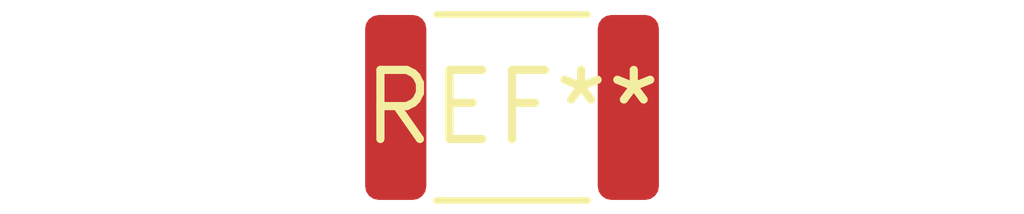
<source format=kicad_pcb>
(kicad_pcb (version 20240108) (generator pcbnew)
  (layers (0 "F.Cu" signal) (31 "B.Cu" signal) (34 "B.Paste" user) (35 "F.Paste" user) (36 "B.SilkS" user "B.Silkscreen") (37 "F.SilkS" user "F.Silkscreen") (38 "B.Mask" user) (39 "F.Mask" user) (44 "Edge.Cuts" user))
  (net 0 "")
  (footprint "R_1812_4532Metric" (layer "F.Cu") (at 0 0)
    (property "Reference" "REF**")
    (property "Value" "R_1812_4532Metric")
    (fp_line (start -1.386252 -1.71) (end 1.386252 -1.71) (layer "F.SilkS") (stroke (width 0.12)))
    (fp_line (start -1.386252 1.71) (end 1.386252 1.71) (layer "F.SilkS") (stroke (width 0.12)))
    (pad "1" smd roundrect (at -2.1375 0) (size 1.125 3.4) (layers "F.Cu" "F.Paste" "F.Mask") (roundrect_rratio 0.222222))
    (pad "2" smd roundrect (at 2.1375 0) (size 1.125 3.4) (layers "F.Cu" "F.Paste" "F.Mask") (roundrect_rratio 0.222222))
  )
)
</source>
